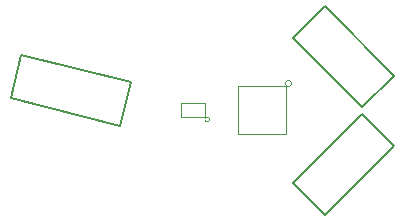
<source format=gbr>
G04 #@! TF.FileFunction,Legend,Bot*
%FSLAX46Y46*%
G04 Gerber Fmt 4.6, Leading zero omitted, Abs format (unit mm)*
G04 Created by KiCad (PCBNEW 4.0.7-e2-6376~58~ubuntu14.04.1) date Wed May 23 17:18:52 2018*
%MOMM*%
%LPD*%
G01*
G04 APERTURE LIST*
%ADD10C,0.100000*%
%ADD11C,0.150000*%
G04 APERTURE END LIST*
D10*
D11*
X205303984Y-109622971D02*
X202616979Y-106935965D01*
X202616979Y-106935965D02*
X208485965Y-101066979D01*
X208485965Y-101066979D02*
X211172971Y-103753984D01*
X211172971Y-103753984D02*
X205303984Y-109622971D01*
D10*
X202500000Y-98500000D02*
G75*
G03X202500000Y-98500000I-250000J0D01*
G01*
X202000000Y-102750000D02*
X202000000Y-98750000D01*
X198000000Y-102750000D02*
X202000000Y-102750000D01*
X198000000Y-98750000D02*
X198000000Y-102750000D01*
X202000000Y-98750000D02*
X198000000Y-98750000D01*
D11*
X211172971Y-97846016D02*
X208485965Y-100533021D01*
X208485965Y-100533021D02*
X202616979Y-94664035D01*
X202616979Y-94664035D02*
X205303984Y-91977029D01*
X205303984Y-91977029D02*
X211172971Y-97846016D01*
X178713649Y-99764621D02*
X179632952Y-96077498D01*
X179632952Y-96077498D02*
X188899276Y-98387852D01*
X188899276Y-98387852D02*
X187979973Y-102074976D01*
X187979973Y-102074976D02*
X178713649Y-99764621D01*
D10*
X195580000Y-101550000D02*
G75*
G03X195580000Y-101550000I-200000J0D01*
G01*
X195180000Y-100150000D02*
X193180000Y-100150000D01*
X195180000Y-101350000D02*
X195180000Y-100150000D01*
X193180000Y-101350000D02*
X195180000Y-101350000D01*
X193180000Y-100150000D02*
X193180000Y-101350000D01*
M02*

</source>
